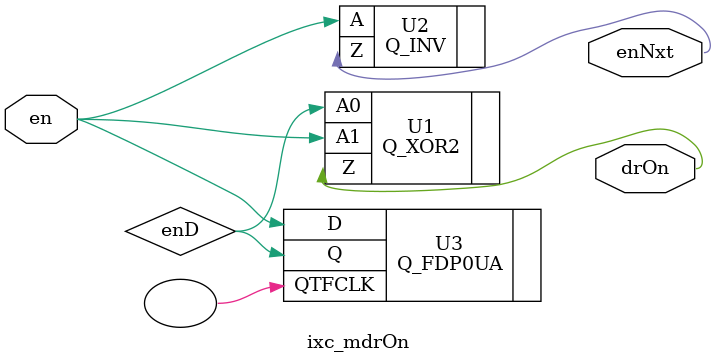
<source format=v>

`ifndef _2_                      
`ifdef CBV                      
`define _2_                      
`else                      
`define _2_ (* _2_state_ *)                      
`endif                      
`endif
`_2_ (* upf_always_on = 1 *) 
module ixc_mdrOn ( drOn, enNxt, en);
// pragma CVASTRPROP MODULE HDLICE HDL_MODULE_ATTRIBUTE "0 vlog"
output [0:0] drOn;
output [0:0] enNxt;
input [0:0] en;
wire fclk;
`_2_ wire [0:0] enD;
Q_NOT_TOUCH _zzqnthw ( .sig());
Q_XOR2 U1 ( .A0(enD[0]), .A1(en[0]), .Z(drOn[0]));
Q_INV U2 ( .A(en[0]), .Z(enNxt[0]));
Q_FDP0UA U3 ( .D(en[0]), .QTFCLK( ), .Q(enD[0]));
// pragma CVASTRPROP MODULE HDLICE PROP_IXCOM_MOD TRUE
endmodule

</source>
